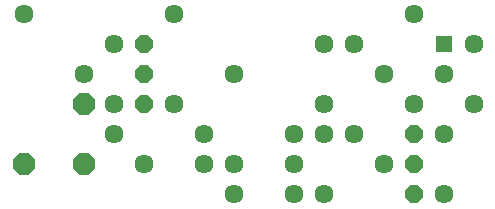
<source format=gts>
G75*
%MOIN*%
%OFA0B0*%
%FSLAX25Y25*%
%IPPOS*%
%LPD*%
%AMOC8*
5,1,8,0,0,1.08239X$1,22.5*
%
%ADD10C,0.06343*%
%ADD11R,0.05556X0.05556*%
%ADD12OC8,0.07296*%
%ADD13OC8,0.05950*%
D10*
X0060013Y0030267D03*
X0050013Y0040267D03*
X0050013Y0050267D03*
X0040013Y0060267D03*
X0050013Y0070267D03*
X0070013Y0080267D03*
X0090013Y0060267D03*
X0070013Y0050267D03*
X0080013Y0040267D03*
X0080013Y0030267D03*
X0090013Y0030267D03*
X0090013Y0020267D03*
X0110013Y0020267D03*
X0120013Y0020267D03*
X0110013Y0030267D03*
X0110013Y0040267D03*
X0120013Y0040267D03*
X0130013Y0040267D03*
X0120013Y0050267D03*
X0140013Y0060267D03*
X0130013Y0070267D03*
X0120013Y0070267D03*
X0150013Y0080267D03*
X0170013Y0070267D03*
X0160013Y0060267D03*
X0150013Y0050267D03*
X0160013Y0040267D03*
X0170013Y0050267D03*
X0140013Y0030267D03*
X0160013Y0020267D03*
X0020013Y0080267D03*
D11*
X0160013Y0070267D03*
D12*
X0020013Y0030267D03*
X0040013Y0030267D03*
X0040013Y0050267D03*
D13*
X0060013Y0050267D03*
X0060013Y0060267D03*
X0060013Y0070267D03*
X0150013Y0040267D03*
X0150013Y0030267D03*
X0150013Y0020267D03*
M02*

</source>
